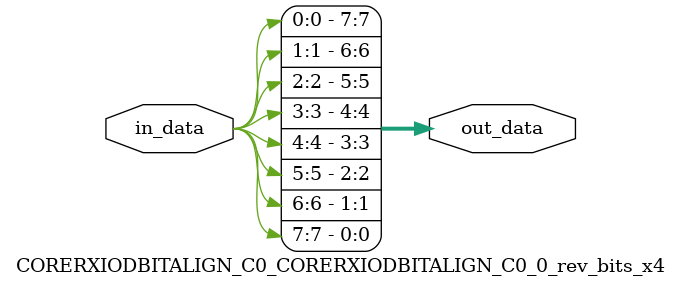
<source format=v>


module CORERXIODBITALIGN_C0_CORERXIODBITALIGN_C0_0_rev_bits_x4 ( in_data,out_data);
input [7:0] in_data;
output [7:0] out_data;

assign out_data = {in_data[0],in_data[1],in_data[2],in_data[3],in_data[4],in_data[5],in_data[6],in_data[7]};
//<statements>

endmodule


</source>
